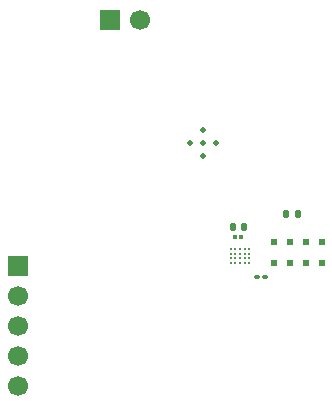
<source format=gbs>
%TF.GenerationSoftware,KiCad,Pcbnew,9.0.6*%
%TF.CreationDate,2026-02-05T15:03:14-05:00*%
%TF.ProjectId,health_monitor,6865616c-7468-45f6-9d6f-6e69746f722e,rev?*%
%TF.SameCoordinates,Original*%
%TF.FileFunction,Soldermask,Bot*%
%TF.FilePolarity,Negative*%
%FSLAX46Y46*%
G04 Gerber Fmt 4.6, Leading zero omitted, Abs format (unit mm)*
G04 Created by KiCad (PCBNEW 9.0.6) date 2026-02-05 15:03:14*
%MOMM*%
%LPD*%
G01*
G04 APERTURE LIST*
G04 Aperture macros list*
%AMRoundRect*
0 Rectangle with rounded corners*
0 $1 Rounding radius*
0 $2 $3 $4 $5 $6 $7 $8 $9 X,Y pos of 4 corners*
0 Add a 4 corners polygon primitive as box body*
4,1,4,$2,$3,$4,$5,$6,$7,$8,$9,$2,$3,0*
0 Add four circle primitives for the rounded corners*
1,1,$1+$1,$2,$3*
1,1,$1+$1,$4,$5*
1,1,$1+$1,$6,$7*
1,1,$1+$1,$8,$9*
0 Add four rect primitives between the rounded corners*
20,1,$1+$1,$2,$3,$4,$5,0*
20,1,$1+$1,$4,$5,$6,$7,0*
20,1,$1+$1,$6,$7,$8,$9,0*
20,1,$1+$1,$8,$9,$2,$3,0*%
G04 Aperture macros list end*
%ADD10R,1.700000X1.700000*%
%ADD11C,1.700000*%
%ADD12C,0.499999*%
%ADD13RoundRect,0.140000X-0.140000X-0.170000X0.140000X-0.170000X0.140000X0.170000X-0.140000X0.170000X0*%
%ADD14C,0.254000*%
%ADD15RoundRect,0.100000X0.130000X0.100000X-0.130000X0.100000X-0.130000X-0.100000X0.130000X-0.100000X0*%
%ADD16R,0.508000X0.508000*%
%ADD17RoundRect,0.075000X-0.125000X-0.075000X0.125000X-0.075000X0.125000X0.075000X-0.125000X0.075000X0*%
G04 APERTURE END LIST*
D10*
%TO.C,J3*%
X122300000Y-58660000D03*
D11*
X122300000Y-61200000D03*
X122300000Y-63740000D03*
X122300000Y-66280000D03*
X122300000Y-68820000D03*
%TD*%
D12*
%TO.C,U4*%
X138000000Y-47100000D03*
X136900000Y-48200000D03*
X138000000Y-49300000D03*
X138000000Y-48200000D03*
X139100000Y-48200000D03*
%TD*%
D10*
%TO.C,J2*%
X130125000Y-37800000D03*
D11*
X132665000Y-37800000D03*
%TD*%
D13*
%TO.C,C16*%
X145020000Y-54200000D03*
X145980000Y-54200000D03*
%TD*%
D14*
%TO.C,U1*%
X140300000Y-58400000D03*
X140700000Y-58400000D03*
X141100000Y-58400000D03*
X141500000Y-58400000D03*
X141900000Y-58400000D03*
X140300000Y-58000000D03*
X140700000Y-58000000D03*
X141100000Y-58000000D03*
X141500000Y-58000000D03*
X141900000Y-58000000D03*
X140300000Y-57600000D03*
X140700000Y-57600000D03*
X141100000Y-57600000D03*
X141500000Y-57600000D03*
X141900000Y-57600000D03*
X140300000Y-57200000D03*
X140700000Y-57200000D03*
X141100000Y-57200000D03*
X141500000Y-57200000D03*
X141900000Y-57200000D03*
%TD*%
D15*
%TO.C,C15*%
X143220000Y-59600000D03*
X142580000Y-59600000D03*
%TD*%
D16*
%TO.C,SENSOR1*%
X148000001Y-56599999D03*
X146690001Y-56599999D03*
X145309999Y-56599999D03*
X143999999Y-56599999D03*
X143999999Y-58400001D03*
X145309999Y-58400001D03*
X146690001Y-58400001D03*
X148000001Y-58400001D03*
%TD*%
D17*
%TO.C,C17*%
X140650000Y-56200000D03*
X141150000Y-56200000D03*
%TD*%
D13*
%TO.C,C18*%
X140520000Y-55300000D03*
X141480000Y-55300000D03*
%TD*%
M02*

</source>
